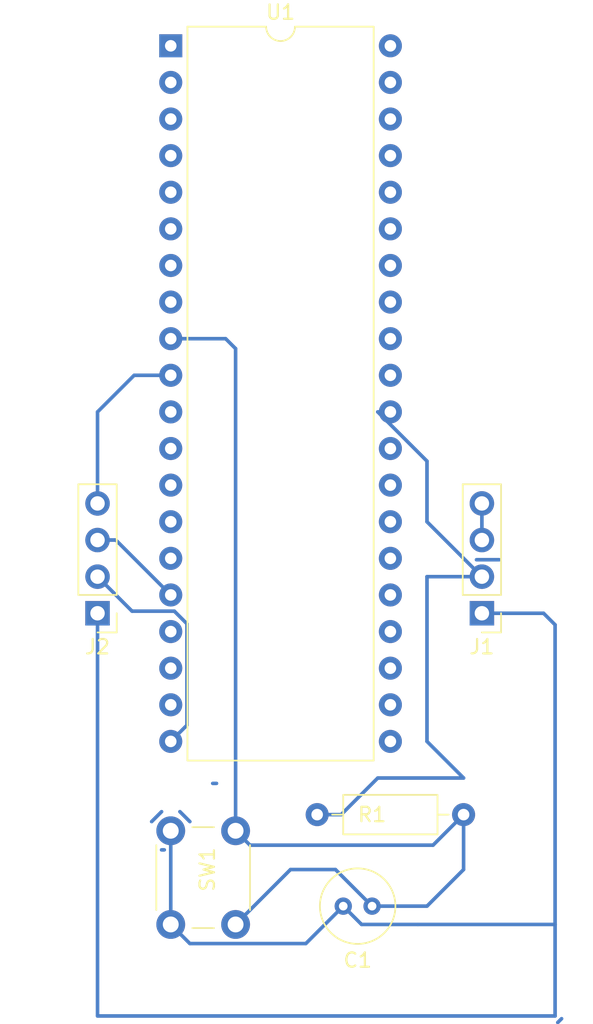
<source format=kicad_pcb>
(kicad_pcb (version 20171130) (host pcbnew "(5.1.9)-1")

  (general
    (thickness 1.6)
    (drawings 0)
    (tracks 54)
    (zones 0)
    (modules 6)
    (nets 40)
  )

  (page A4)
  (layers
    (0 F.Cu signal)
    (31 B.Cu signal)
    (32 B.Adhes user)
    (33 F.Adhes user)
    (34 B.Paste user)
    (35 F.Paste user)
    (36 B.SilkS user)
    (37 F.SilkS user)
    (38 B.Mask user)
    (39 F.Mask user)
    (40 Dwgs.User user)
    (41 Cmts.User user)
    (42 Eco1.User user)
    (43 Eco2.User user)
    (44 Edge.Cuts user)
    (45 Margin user)
    (46 B.CrtYd user)
    (47 F.CrtYd user)
    (48 B.Fab user)
    (49 F.Fab user)
  )

  (setup
    (last_trace_width 0.25)
    (trace_clearance 0.2)
    (zone_clearance 0.508)
    (zone_45_only no)
    (trace_min 0.2)
    (via_size 0.8)
    (via_drill 0.4)
    (via_min_size 0.4)
    (via_min_drill 0.3)
    (uvia_size 0.3)
    (uvia_drill 0.1)
    (uvias_allowed no)
    (uvia_min_size 0.2)
    (uvia_min_drill 0.1)
    (edge_width 0.05)
    (segment_width 0.2)
    (pcb_text_width 0.3)
    (pcb_text_size 1.5 1.5)
    (mod_edge_width 0.12)
    (mod_text_size 1 1)
    (mod_text_width 0.15)
    (pad_size 1.524 1.524)
    (pad_drill 0.762)
    (pad_to_mask_clearance 0)
    (aux_axis_origin 0 0)
    (visible_elements 7FFFF7FF)
    (pcbplotparams
      (layerselection 0x010fc_ffffffff)
      (usegerberextensions false)
      (usegerberattributes true)
      (usegerberadvancedattributes true)
      (creategerberjobfile true)
      (excludeedgelayer true)
      (linewidth 0.100000)
      (plotframeref false)
      (viasonmask false)
      (mode 1)
      (useauxorigin false)
      (hpglpennumber 1)
      (hpglpenspeed 20)
      (hpglpendiameter 15.000000)
      (psnegative false)
      (psa4output false)
      (plotreference true)
      (plotvalue true)
      (plotinvisibletext false)
      (padsonsilk false)
      (subtractmaskfromsilk false)
      (outputformat 1)
      (mirror false)
      (drillshape 1)
      (scaleselection 1)
      (outputdirectory ""))
  )

  (net 0 "")
  (net 1 "Net-(C1-Pad1)")
  (net 2 "Net-(C1-Pad2)")
  (net 3 VCC)
  (net 4 "Net-(J2-Pad3)")
  (net 5 "Net-(J2-Pad2)")
  (net 6 "Net-(U1-Pad1)")
  (net 7 "Net-(U1-Pad21)")
  (net 8 "Net-(U1-Pad2)")
  (net 9 "Net-(U1-Pad22)")
  (net 10 "Net-(U1-Pad3)")
  (net 11 "Net-(U1-Pad23)")
  (net 12 "Net-(U1-Pad4)")
  (net 13 "Net-(U1-Pad24)")
  (net 14 "Net-(U1-Pad5)")
  (net 15 "Net-(U1-Pad25)")
  (net 16 "Net-(U1-Pad6)")
  (net 17 "Net-(U1-Pad26)")
  (net 18 "Net-(U1-Pad7)")
  (net 19 "Net-(U1-Pad27)")
  (net 20 "Net-(U1-Pad8)")
  (net 21 "Net-(U1-Pad28)")
  (net 22 "Net-(U1-Pad29)")
  (net 23 GND)
  (net 24 "Net-(U1-Pad12)")
  (net 25 "Net-(U1-Pad32)")
  (net 26 "Net-(U1-Pad13)")
  (net 27 "Net-(U1-Pad33)")
  (net 28 "Net-(U1-Pad14)")
  (net 29 "Net-(U1-Pad34)")
  (net 30 "Net-(U1-Pad15)")
  (net 31 "Net-(U1-Pad35)")
  (net 32 "Net-(U1-Pad36)")
  (net 33 "Net-(U1-Pad17)")
  (net 34 "Net-(U1-Pad37)")
  (net 35 "Net-(U1-Pad18)")
  (net 36 "Net-(U1-Pad38)")
  (net 37 "Net-(U1-Pad19)")
  (net 38 "Net-(U1-Pad39)")
  (net 39 "Net-(U1-Pad40)")

  (net_class Default "This is the default net class."
    (clearance 0.2)
    (trace_width 0.25)
    (via_dia 0.8)
    (via_drill 0.4)
    (uvia_dia 0.3)
    (uvia_drill 0.1)
    (add_net GND)
    (add_net "Net-(C1-Pad1)")
    (add_net "Net-(C1-Pad2)")
    (add_net "Net-(J2-Pad2)")
    (add_net "Net-(J2-Pad3)")
    (add_net "Net-(U1-Pad1)")
    (add_net "Net-(U1-Pad12)")
    (add_net "Net-(U1-Pad13)")
    (add_net "Net-(U1-Pad14)")
    (add_net "Net-(U1-Pad15)")
    (add_net "Net-(U1-Pad17)")
    (add_net "Net-(U1-Pad18)")
    (add_net "Net-(U1-Pad19)")
    (add_net "Net-(U1-Pad2)")
    (add_net "Net-(U1-Pad21)")
    (add_net "Net-(U1-Pad22)")
    (add_net "Net-(U1-Pad23)")
    (add_net "Net-(U1-Pad24)")
    (add_net "Net-(U1-Pad25)")
    (add_net "Net-(U1-Pad26)")
    (add_net "Net-(U1-Pad27)")
    (add_net "Net-(U1-Pad28)")
    (add_net "Net-(U1-Pad29)")
    (add_net "Net-(U1-Pad3)")
    (add_net "Net-(U1-Pad32)")
    (add_net "Net-(U1-Pad33)")
    (add_net "Net-(U1-Pad34)")
    (add_net "Net-(U1-Pad35)")
    (add_net "Net-(U1-Pad36)")
    (add_net "Net-(U1-Pad37)")
    (add_net "Net-(U1-Pad38)")
    (add_net "Net-(U1-Pad39)")
    (add_net "Net-(U1-Pad4)")
    (add_net "Net-(U1-Pad40)")
    (add_net "Net-(U1-Pad5)")
    (add_net "Net-(U1-Pad6)")
    (add_net "Net-(U1-Pad7)")
    (add_net "Net-(U1-Pad8)")
    (add_net VCC)
  )

  (module Package_DIP:DIP-40_W15.24mm (layer F.Cu) (tedit 5A02E8C5) (tstamp 6079BC62)
    (at 77.47 67.31)
    (descr "40-lead though-hole mounted DIP package, row spacing 15.24 mm (600 mils)")
    (tags "THT DIP DIL PDIP 2.54mm 15.24mm 600mil")
    (path /6079927C)
    (fp_text reference U1 (at 7.62 -2.33) (layer F.SilkS)
      (effects (font (size 1 1) (thickness 0.15)))
    )
    (fp_text value ATmega32-16PU (at 7.62 50.59) (layer F.Fab)
      (effects (font (size 1 1) (thickness 0.15)))
    )
    (fp_line (start 1.255 -1.27) (end 14.985 -1.27) (layer F.Fab) (width 0.1))
    (fp_line (start 14.985 -1.27) (end 14.985 49.53) (layer F.Fab) (width 0.1))
    (fp_line (start 14.985 49.53) (end 0.255 49.53) (layer F.Fab) (width 0.1))
    (fp_line (start 0.255 49.53) (end 0.255 -0.27) (layer F.Fab) (width 0.1))
    (fp_line (start 0.255 -0.27) (end 1.255 -1.27) (layer F.Fab) (width 0.1))
    (fp_line (start 6.62 -1.33) (end 1.16 -1.33) (layer F.SilkS) (width 0.12))
    (fp_line (start 1.16 -1.33) (end 1.16 49.59) (layer F.SilkS) (width 0.12))
    (fp_line (start 1.16 49.59) (end 14.08 49.59) (layer F.SilkS) (width 0.12))
    (fp_line (start 14.08 49.59) (end 14.08 -1.33) (layer F.SilkS) (width 0.12))
    (fp_line (start 14.08 -1.33) (end 8.62 -1.33) (layer F.SilkS) (width 0.12))
    (fp_line (start -1.05 -1.55) (end -1.05 49.8) (layer F.CrtYd) (width 0.05))
    (fp_line (start -1.05 49.8) (end 16.3 49.8) (layer F.CrtYd) (width 0.05))
    (fp_line (start 16.3 49.8) (end 16.3 -1.55) (layer F.CrtYd) (width 0.05))
    (fp_line (start 16.3 -1.55) (end -1.05 -1.55) (layer F.CrtYd) (width 0.05))
    (fp_arc (start 7.62 -1.33) (end 6.62 -1.33) (angle -180) (layer F.SilkS) (width 0.12))
    (fp_text user %R (at 7.62 24.13) (layer F.Fab)
      (effects (font (size 1 1) (thickness 0.15)))
    )
    (pad 1 thru_hole rect (at 0 0) (size 1.6 1.6) (drill 0.8) (layers *.Cu *.Mask)
      (net 6 "Net-(U1-Pad1)"))
    (pad 21 thru_hole oval (at 15.24 48.26) (size 1.6 1.6) (drill 0.8) (layers *.Cu *.Mask)
      (net 7 "Net-(U1-Pad21)"))
    (pad 2 thru_hole oval (at 0 2.54) (size 1.6 1.6) (drill 0.8) (layers *.Cu *.Mask)
      (net 8 "Net-(U1-Pad2)"))
    (pad 22 thru_hole oval (at 15.24 45.72) (size 1.6 1.6) (drill 0.8) (layers *.Cu *.Mask)
      (net 9 "Net-(U1-Pad22)"))
    (pad 3 thru_hole oval (at 0 5.08) (size 1.6 1.6) (drill 0.8) (layers *.Cu *.Mask)
      (net 10 "Net-(U1-Pad3)"))
    (pad 23 thru_hole oval (at 15.24 43.18) (size 1.6 1.6) (drill 0.8) (layers *.Cu *.Mask)
      (net 11 "Net-(U1-Pad23)"))
    (pad 4 thru_hole oval (at 0 7.62) (size 1.6 1.6) (drill 0.8) (layers *.Cu *.Mask)
      (net 12 "Net-(U1-Pad4)"))
    (pad 24 thru_hole oval (at 15.24 40.64) (size 1.6 1.6) (drill 0.8) (layers *.Cu *.Mask)
      (net 13 "Net-(U1-Pad24)"))
    (pad 5 thru_hole oval (at 0 10.16) (size 1.6 1.6) (drill 0.8) (layers *.Cu *.Mask)
      (net 14 "Net-(U1-Pad5)"))
    (pad 25 thru_hole oval (at 15.24 38.1) (size 1.6 1.6) (drill 0.8) (layers *.Cu *.Mask)
      (net 15 "Net-(U1-Pad25)"))
    (pad 6 thru_hole oval (at 0 12.7) (size 1.6 1.6) (drill 0.8) (layers *.Cu *.Mask)
      (net 16 "Net-(U1-Pad6)"))
    (pad 26 thru_hole oval (at 15.24 35.56) (size 1.6 1.6) (drill 0.8) (layers *.Cu *.Mask)
      (net 17 "Net-(U1-Pad26)"))
    (pad 7 thru_hole oval (at 0 15.24) (size 1.6 1.6) (drill 0.8) (layers *.Cu *.Mask)
      (net 18 "Net-(U1-Pad7)"))
    (pad 27 thru_hole oval (at 15.24 33.02) (size 1.6 1.6) (drill 0.8) (layers *.Cu *.Mask)
      (net 19 "Net-(U1-Pad27)"))
    (pad 8 thru_hole oval (at 0 17.78) (size 1.6 1.6) (drill 0.8) (layers *.Cu *.Mask)
      (net 20 "Net-(U1-Pad8)"))
    (pad 28 thru_hole oval (at 15.24 30.48) (size 1.6 1.6) (drill 0.8) (layers *.Cu *.Mask)
      (net 21 "Net-(U1-Pad28)"))
    (pad 9 thru_hole oval (at 0 20.32) (size 1.6 1.6) (drill 0.8) (layers *.Cu *.Mask)
      (net 1 "Net-(C1-Pad1)"))
    (pad 29 thru_hole oval (at 15.24 27.94) (size 1.6 1.6) (drill 0.8) (layers *.Cu *.Mask)
      (net 22 "Net-(U1-Pad29)"))
    (pad 10 thru_hole oval (at 0 22.86) (size 1.6 1.6) (drill 0.8) (layers *.Cu *.Mask)
      (net 3 VCC))
    (pad 30 thru_hole oval (at 15.24 25.4) (size 1.6 1.6) (drill 0.8) (layers *.Cu *.Mask)
      (net 3 VCC))
    (pad 11 thru_hole oval (at 0 25.4) (size 1.6 1.6) (drill 0.8) (layers *.Cu *.Mask)
      (net 23 GND))
    (pad 31 thru_hole oval (at 15.24 22.86) (size 1.6 1.6) (drill 0.8) (layers *.Cu *.Mask)
      (net 23 GND))
    (pad 12 thru_hole oval (at 0 27.94) (size 1.6 1.6) (drill 0.8) (layers *.Cu *.Mask)
      (net 24 "Net-(U1-Pad12)"))
    (pad 32 thru_hole oval (at 15.24 20.32) (size 1.6 1.6) (drill 0.8) (layers *.Cu *.Mask)
      (net 25 "Net-(U1-Pad32)"))
    (pad 13 thru_hole oval (at 0 30.48) (size 1.6 1.6) (drill 0.8) (layers *.Cu *.Mask)
      (net 26 "Net-(U1-Pad13)"))
    (pad 33 thru_hole oval (at 15.24 17.78) (size 1.6 1.6) (drill 0.8) (layers *.Cu *.Mask)
      (net 27 "Net-(U1-Pad33)"))
    (pad 14 thru_hole oval (at 0 33.02) (size 1.6 1.6) (drill 0.8) (layers *.Cu *.Mask)
      (net 28 "Net-(U1-Pad14)"))
    (pad 34 thru_hole oval (at 15.24 15.24) (size 1.6 1.6) (drill 0.8) (layers *.Cu *.Mask)
      (net 29 "Net-(U1-Pad34)"))
    (pad 15 thru_hole oval (at 0 35.56) (size 1.6 1.6) (drill 0.8) (layers *.Cu *.Mask)
      (net 30 "Net-(U1-Pad15)"))
    (pad 35 thru_hole oval (at 15.24 12.7) (size 1.6 1.6) (drill 0.8) (layers *.Cu *.Mask)
      (net 31 "Net-(U1-Pad35)"))
    (pad 16 thru_hole oval (at 0 38.1) (size 1.6 1.6) (drill 0.8) (layers *.Cu *.Mask)
      (net 4 "Net-(J2-Pad3)"))
    (pad 36 thru_hole oval (at 15.24 10.16) (size 1.6 1.6) (drill 0.8) (layers *.Cu *.Mask)
      (net 32 "Net-(U1-Pad36)"))
    (pad 17 thru_hole oval (at 0 40.64) (size 1.6 1.6) (drill 0.8) (layers *.Cu *.Mask)
      (net 33 "Net-(U1-Pad17)"))
    (pad 37 thru_hole oval (at 15.24 7.62) (size 1.6 1.6) (drill 0.8) (layers *.Cu *.Mask)
      (net 34 "Net-(U1-Pad37)"))
    (pad 18 thru_hole oval (at 0 43.18) (size 1.6 1.6) (drill 0.8) (layers *.Cu *.Mask)
      (net 35 "Net-(U1-Pad18)"))
    (pad 38 thru_hole oval (at 15.24 5.08) (size 1.6 1.6) (drill 0.8) (layers *.Cu *.Mask)
      (net 36 "Net-(U1-Pad38)"))
    (pad 19 thru_hole oval (at 0 45.72) (size 1.6 1.6) (drill 0.8) (layers *.Cu *.Mask)
      (net 37 "Net-(U1-Pad19)"))
    (pad 39 thru_hole oval (at 15.24 2.54) (size 1.6 1.6) (drill 0.8) (layers *.Cu *.Mask)
      (net 38 "Net-(U1-Pad39)"))
    (pad 20 thru_hole oval (at 0 48.26) (size 1.6 1.6) (drill 0.8) (layers *.Cu *.Mask)
      (net 5 "Net-(J2-Pad2)"))
    (pad 40 thru_hole oval (at 15.24 0) (size 1.6 1.6) (drill 0.8) (layers *.Cu *.Mask)
      (net 39 "Net-(U1-Pad40)"))
    (model ${KISYS3DMOD}/Package_DIP.3dshapes/DIP-40_W15.24mm.wrl
      (at (xyz 0 0 0))
      (scale (xyz 1 1 1))
      (rotate (xyz 0 0 0))
    )
  )

  (module Connector_PinHeader_2.54mm:PinHeader_1x04_P2.54mm_Vertical (layer F.Cu) (tedit 59FED5CC) (tstamp 6079BBD8)
    (at 99.06 106.68 180)
    (descr "Through hole straight pin header, 1x04, 2.54mm pitch, single row")
    (tags "Through hole pin header THT 1x04 2.54mm single row")
    (path /607965CB)
    (fp_text reference J1 (at 0 -2.33) (layer F.SilkS)
      (effects (font (size 1 1) (thickness 0.15)))
    )
    (fp_text value Conn_01x02_Female (at 0 9.95) (layer F.Fab)
      (effects (font (size 1 1) (thickness 0.15)))
    )
    (fp_line (start -0.635 -1.27) (end 1.27 -1.27) (layer F.Fab) (width 0.1))
    (fp_line (start 1.27 -1.27) (end 1.27 8.89) (layer F.Fab) (width 0.1))
    (fp_line (start 1.27 8.89) (end -1.27 8.89) (layer F.Fab) (width 0.1))
    (fp_line (start -1.27 8.89) (end -1.27 -0.635) (layer F.Fab) (width 0.1))
    (fp_line (start -1.27 -0.635) (end -0.635 -1.27) (layer F.Fab) (width 0.1))
    (fp_line (start -1.33 8.95) (end 1.33 8.95) (layer F.SilkS) (width 0.12))
    (fp_line (start -1.33 1.27) (end -1.33 8.95) (layer F.SilkS) (width 0.12))
    (fp_line (start 1.33 1.27) (end 1.33 8.95) (layer F.SilkS) (width 0.12))
    (fp_line (start -1.33 1.27) (end 1.33 1.27) (layer F.SilkS) (width 0.12))
    (fp_line (start -1.33 0) (end -1.33 -1.33) (layer F.SilkS) (width 0.12))
    (fp_line (start -1.33 -1.33) (end 0 -1.33) (layer F.SilkS) (width 0.12))
    (fp_line (start -1.8 -1.8) (end -1.8 9.4) (layer F.CrtYd) (width 0.05))
    (fp_line (start -1.8 9.4) (end 1.8 9.4) (layer F.CrtYd) (width 0.05))
    (fp_line (start 1.8 9.4) (end 1.8 -1.8) (layer F.CrtYd) (width 0.05))
    (fp_line (start 1.8 -1.8) (end -1.8 -1.8) (layer F.CrtYd) (width 0.05))
    (fp_text user %R (at 0 3.81 90) (layer F.Fab)
      (effects (font (size 1 1) (thickness 0.15)))
    )
    (pad 1 thru_hole rect (at 0 0 180) (size 1.7 1.7) (drill 1) (layers *.Cu *.Mask)
      (net 2 "Net-(C1-Pad2)"))
    (pad 2 thru_hole oval (at 0 2.54 180) (size 1.7 1.7) (drill 1) (layers *.Cu *.Mask)
      (net 3 VCC))
    (pad 3 thru_hole oval (at 0 5.08 180) (size 1.7 1.7) (drill 1) (layers *.Cu *.Mask))
    (pad 4 thru_hole oval (at 0 7.62 180) (size 1.7 1.7) (drill 1) (layers *.Cu *.Mask))
    (model ${KISYS3DMOD}/Connector_PinHeader_2.54mm.3dshapes/PinHeader_1x04_P2.54mm_Vertical.wrl
      (at (xyz 0 0 0))
      (scale (xyz 1 1 1))
      (rotate (xyz 0 0 0))
    )
  )

  (module Capacitor_THT:C_Radial_D5.0mm_H7.0mm_P2.00mm (layer F.Cu) (tedit 5BC5C9B9) (tstamp 6079BBC0)
    (at 91.44 127 180)
    (descr "C, Radial series, Radial, pin pitch=2.00mm, diameter=5mm, height=7mm, Non-Polar Electrolytic Capacitor")
    (tags "C Radial series Radial pin pitch 2.00mm diameter 5mm height 7mm Non-Polar Electrolytic Capacitor")
    (path /6079879B)
    (fp_text reference C1 (at 1 -3.75) (layer F.SilkS)
      (effects (font (size 1 1) (thickness 0.15)))
    )
    (fp_text value C (at 1 3.75) (layer F.Fab)
      (effects (font (size 1 1) (thickness 0.15)))
    )
    (fp_circle (center 1 0) (end 3.5 0) (layer F.Fab) (width 0.1))
    (fp_circle (center 1 0) (end 3.62 0) (layer F.SilkS) (width 0.12))
    (fp_circle (center 1 0) (end 3.75 0) (layer F.CrtYd) (width 0.05))
    (fp_text user %R (at 1 0) (layer F.Fab)
      (effects (font (size 1 1) (thickness 0.15)))
    )
    (pad 1 thru_hole circle (at 0 0 180) (size 1.2 1.2) (drill 0.6) (layers *.Cu *.Mask)
      (net 1 "Net-(C1-Pad1)"))
    (pad 2 thru_hole circle (at 2 0 180) (size 1.2 1.2) (drill 0.6) (layers *.Cu *.Mask)
      (net 2 "Net-(C1-Pad2)"))
    (model ${KISYS3DMOD}/Capacitor_THT.3dshapes/C_Radial_D5.0mm_H7.0mm_P2.00mm.wrl
      (at (xyz 0 0 0))
      (scale (xyz 1 1 1))
      (rotate (xyz 0 0 0))
    )
  )

  (module Connector_PinHeader_2.54mm:PinHeader_1x04_P2.54mm_Vertical (layer F.Cu) (tedit 59FED5CC) (tstamp 6079BBF0)
    (at 72.39 106.68 180)
    (descr "Through hole straight pin header, 1x04, 2.54mm pitch, single row")
    (tags "Through hole pin header THT 1x04 2.54mm single row")
    (path /607971CF)
    (fp_text reference J2 (at 0 -2.33) (layer F.SilkS)
      (effects (font (size 1 1) (thickness 0.15)))
    )
    (fp_text value Conn_01x04_Male (at 0 9.95) (layer F.Fab)
      (effects (font (size 1 1) (thickness 0.15)))
    )
    (fp_line (start 1.8 -1.8) (end -1.8 -1.8) (layer F.CrtYd) (width 0.05))
    (fp_line (start 1.8 9.4) (end 1.8 -1.8) (layer F.CrtYd) (width 0.05))
    (fp_line (start -1.8 9.4) (end 1.8 9.4) (layer F.CrtYd) (width 0.05))
    (fp_line (start -1.8 -1.8) (end -1.8 9.4) (layer F.CrtYd) (width 0.05))
    (fp_line (start -1.33 -1.33) (end 0 -1.33) (layer F.SilkS) (width 0.12))
    (fp_line (start -1.33 0) (end -1.33 -1.33) (layer F.SilkS) (width 0.12))
    (fp_line (start -1.33 1.27) (end 1.33 1.27) (layer F.SilkS) (width 0.12))
    (fp_line (start 1.33 1.27) (end 1.33 8.95) (layer F.SilkS) (width 0.12))
    (fp_line (start -1.33 1.27) (end -1.33 8.95) (layer F.SilkS) (width 0.12))
    (fp_line (start -1.33 8.95) (end 1.33 8.95) (layer F.SilkS) (width 0.12))
    (fp_line (start -1.27 -0.635) (end -0.635 -1.27) (layer F.Fab) (width 0.1))
    (fp_line (start -1.27 8.89) (end -1.27 -0.635) (layer F.Fab) (width 0.1))
    (fp_line (start 1.27 8.89) (end -1.27 8.89) (layer F.Fab) (width 0.1))
    (fp_line (start 1.27 -1.27) (end 1.27 8.89) (layer F.Fab) (width 0.1))
    (fp_line (start -0.635 -1.27) (end 1.27 -1.27) (layer F.Fab) (width 0.1))
    (fp_text user %R (at 0 3.81 90) (layer F.Fab)
      (effects (font (size 1 1) (thickness 0.15)))
    )
    (pad 4 thru_hole oval (at 0 7.62 180) (size 1.7 1.7) (drill 1) (layers *.Cu *.Mask)
      (net 3 VCC))
    (pad 3 thru_hole oval (at 0 5.08 180) (size 1.7 1.7) (drill 1) (layers *.Cu *.Mask)
      (net 4 "Net-(J2-Pad3)"))
    (pad 2 thru_hole oval (at 0 2.54 180) (size 1.7 1.7) (drill 1) (layers *.Cu *.Mask)
      (net 5 "Net-(J2-Pad2)"))
    (pad 1 thru_hole rect (at 0 0 180) (size 1.7 1.7) (drill 1) (layers *.Cu *.Mask)
      (net 2 "Net-(C1-Pad2)"))
    (model ${KISYS3DMOD}/Connector_PinHeader_2.54mm.3dshapes/PinHeader_1x04_P2.54mm_Vertical.wrl
      (at (xyz 0 0 0))
      (scale (xyz 1 1 1))
      (rotate (xyz 0 0 0))
    )
  )

  (module Resistor_THT:R_Axial_DIN0207_L6.3mm_D2.5mm_P10.16mm_Horizontal (layer F.Cu) (tedit 5AE5139B) (tstamp 6079BC07)
    (at 87.63 120.65)
    (descr "Resistor, Axial_DIN0207 series, Axial, Horizontal, pin pitch=10.16mm, 0.25W = 1/4W, length*diameter=6.3*2.5mm^2, http://cdn-reichelt.de/documents/datenblatt/B400/1_4W%23YAG.pdf")
    (tags "Resistor Axial_DIN0207 series Axial Horizontal pin pitch 10.16mm 0.25W = 1/4W length 6.3mm diameter 2.5mm")
    (path /60795C7C)
    (fp_text reference R1 (at 3.81 0) (layer F.SilkS)
      (effects (font (size 1 1) (thickness 0.15)))
    )
    (fp_text value R (at 5.08 2.37) (layer F.Fab)
      (effects (font (size 1 1) (thickness 0.15)))
    )
    (fp_line (start 1.93 -1.25) (end 1.93 1.25) (layer F.Fab) (width 0.1))
    (fp_line (start 1.93 1.25) (end 8.23 1.25) (layer F.Fab) (width 0.1))
    (fp_line (start 8.23 1.25) (end 8.23 -1.25) (layer F.Fab) (width 0.1))
    (fp_line (start 8.23 -1.25) (end 1.93 -1.25) (layer F.Fab) (width 0.1))
    (fp_line (start 0 0) (end 1.93 0) (layer F.Fab) (width 0.1))
    (fp_line (start 10.16 0) (end 8.23 0) (layer F.Fab) (width 0.1))
    (fp_line (start 1.81 -1.37) (end 1.81 1.37) (layer F.SilkS) (width 0.12))
    (fp_line (start 1.81 1.37) (end 8.35 1.37) (layer F.SilkS) (width 0.12))
    (fp_line (start 8.35 1.37) (end 8.35 -1.37) (layer F.SilkS) (width 0.12))
    (fp_line (start 8.35 -1.37) (end 1.81 -1.37) (layer F.SilkS) (width 0.12))
    (fp_line (start 1.04 0) (end 1.81 0) (layer F.SilkS) (width 0.12))
    (fp_line (start 9.12 0) (end 8.35 0) (layer F.SilkS) (width 0.12))
    (fp_line (start -1.05 -1.5) (end -1.05 1.5) (layer F.CrtYd) (width 0.05))
    (fp_line (start -1.05 1.5) (end 11.21 1.5) (layer F.CrtYd) (width 0.05))
    (fp_line (start 11.21 1.5) (end 11.21 -1.5) (layer F.CrtYd) (width 0.05))
    (fp_line (start 11.21 -1.5) (end -1.05 -1.5) (layer F.CrtYd) (width 0.05))
    (fp_text user %R (at 3.81 0) (layer F.Fab)
      (effects (font (size 1 1) (thickness 0.15)))
    )
    (pad 1 thru_hole circle (at 0 0) (size 1.6 1.6) (drill 0.8) (layers *.Cu *.Mask)
      (net 3 VCC))
    (pad 2 thru_hole oval (at 10.16 0) (size 1.6 1.6) (drill 0.8) (layers *.Cu *.Mask)
      (net 1 "Net-(C1-Pad1)"))
    (model ${KISYS3DMOD}/Resistor_THT.3dshapes/R_Axial_DIN0207_L6.3mm_D2.5mm_P10.16mm_Horizontal.wrl
      (at (xyz 0 0 0))
      (scale (xyz 1 1 1))
      (rotate (xyz 0 0 0))
    )
  )

  (module Button_Switch_THT:SW_PUSH_6mm_H5mm (layer F.Cu) (tedit 5A02FE31) (tstamp 6079BC26)
    (at 77.47 128.27 90)
    (descr "tactile push button, 6x6mm e.g. PHAP33xx series, height=5mm")
    (tags "tact sw push 6mm")
    (path /607B73AC)
    (fp_text reference SW1 (at 3.81 2.54 90) (layer F.SilkS)
      (effects (font (size 1 1) (thickness 0.15)))
    )
    (fp_text value SW_Push (at 3.75 6.7 90) (layer F.Fab)
      (effects (font (size 1 1) (thickness 0.15)))
    )
    (fp_line (start 3.25 -0.75) (end 6.25 -0.75) (layer F.Fab) (width 0.1))
    (fp_line (start 6.25 -0.75) (end 6.25 5.25) (layer F.Fab) (width 0.1))
    (fp_line (start 6.25 5.25) (end 0.25 5.25) (layer F.Fab) (width 0.1))
    (fp_line (start 0.25 5.25) (end 0.25 -0.75) (layer F.Fab) (width 0.1))
    (fp_line (start 0.25 -0.75) (end 3.25 -0.75) (layer F.Fab) (width 0.1))
    (fp_line (start 7.75 6) (end 8 6) (layer F.CrtYd) (width 0.05))
    (fp_line (start 8 6) (end 8 5.75) (layer F.CrtYd) (width 0.05))
    (fp_line (start 7.75 -1.5) (end 8 -1.5) (layer F.CrtYd) (width 0.05))
    (fp_line (start 8 -1.5) (end 8 -1.25) (layer F.CrtYd) (width 0.05))
    (fp_line (start -1.5 -1.25) (end -1.5 -1.5) (layer F.CrtYd) (width 0.05))
    (fp_line (start -1.5 -1.5) (end -1.25 -1.5) (layer F.CrtYd) (width 0.05))
    (fp_line (start -1.5 5.75) (end -1.5 6) (layer F.CrtYd) (width 0.05))
    (fp_line (start -1.5 6) (end -1.25 6) (layer F.CrtYd) (width 0.05))
    (fp_line (start -1.25 -1.5) (end 7.75 -1.5) (layer F.CrtYd) (width 0.05))
    (fp_line (start -1.5 5.75) (end -1.5 -1.25) (layer F.CrtYd) (width 0.05))
    (fp_line (start 7.75 6) (end -1.25 6) (layer F.CrtYd) (width 0.05))
    (fp_line (start 8 -1.25) (end 8 5.75) (layer F.CrtYd) (width 0.05))
    (fp_line (start 1 5.5) (end 5.5 5.5) (layer F.SilkS) (width 0.12))
    (fp_line (start -0.25 1.5) (end -0.25 3) (layer F.SilkS) (width 0.12))
    (fp_line (start 5.5 -1) (end 1 -1) (layer F.SilkS) (width 0.12))
    (fp_line (start 6.75 3) (end 6.75 1.5) (layer F.SilkS) (width 0.12))
    (fp_circle (center 3.25 2.25) (end 1.25 2.5) (layer F.Fab) (width 0.1))
    (fp_text user %R (at 3.794999 2.284999 90) (layer F.Fab)
      (effects (font (size 1 1) (thickness 0.15)))
    )
    (pad 2 thru_hole circle (at 0 4.5 180) (size 2 2) (drill 1.1) (layers *.Cu *.Mask)
      (net 1 "Net-(C1-Pad1)"))
    (pad 1 thru_hole circle (at 0 0 180) (size 2 2) (drill 1.1) (layers *.Cu *.Mask)
      (net 2 "Net-(C1-Pad2)"))
    (pad 2 thru_hole circle (at 6.5 4.5 180) (size 2 2) (drill 1.1) (layers *.Cu *.Mask)
      (net 1 "Net-(C1-Pad1)"))
    (pad 1 thru_hole circle (at 6.5 0 180) (size 2 2) (drill 1.1) (layers *.Cu *.Mask)
      (net 2 "Net-(C1-Pad2)"))
    (model ${KISYS3DMOD}/Button_Switch_THT.3dshapes/SW_PUSH_6mm_H5mm.wrl
      (at (xyz 0 0 0))
      (scale (xyz 1 1 1))
      (rotate (xyz 0 0 0))
    )
  )

  (segment (start 99.06 99.06) (end 99.06 101.6) (width 0.25) (layer B.Cu) (net 0))
  (segment (start 91.44 127) (end 95.25 127) (width 0.25) (layer B.Cu) (net 1))
  (segment (start 97.79 124.46) (end 97.79 120.65) (width 0.25) (layer B.Cu) (net 1))
  (segment (start 95.25 127) (end 97.79 124.46) (width 0.25) (layer B.Cu) (net 1))
  (segment (start 81.97 128.27) (end 85.78 124.46) (width 0.25) (layer B.Cu) (net 1))
  (segment (start 88.9 124.46) (end 91.44 127) (width 0.25) (layer B.Cu) (net 1))
  (segment (start 85.78 124.46) (end 88.9 124.46) (width 0.25) (layer B.Cu) (net 1))
  (segment (start 81.97 121.77) (end 81.97 88.32) (width 0.25) (layer B.Cu) (net 1))
  (segment (start 81.28 87.63) (end 77.47 87.63) (width 0.25) (layer B.Cu) (net 1))
  (segment (start 81.97 88.32) (end 81.28 87.63) (width 0.25) (layer B.Cu) (net 1))
  (segment (start 82.969999 122.769999) (end 81.97 121.77) (width 0.25) (layer B.Cu) (net 1))
  (segment (start 95.670001 122.769999) (end 82.969999 122.769999) (width 0.25) (layer B.Cu) (net 1))
  (segment (start 97.79 120.65) (end 95.670001 122.769999) (width 0.25) (layer B.Cu) (net 1))
  (segment (start 72.39 106.68) (end 72.39 134.62) (width 0.25) (layer B.Cu) (net 2))
  (segment (start 72.39 134.62) (end 104.14 134.62) (width 0.25) (layer B.Cu) (net 2))
  (segment (start 103.339002 106.68) (end 99.06 106.68) (width 0.25) (layer B.Cu) (net 2))
  (segment (start 104.14 107.480998) (end 103.339002 106.68) (width 0.25) (layer B.Cu) (net 2))
  (segment (start 77.47 121.77) (end 77.47 128.27) (width 0.25) (layer B.Cu) (net 2))
  (segment (start 86.844999 129.595001) (end 89.44 127) (width 0.25) (layer B.Cu) (net 2))
  (segment (start 78.795001 129.595001) (end 86.844999 129.595001) (width 0.25) (layer B.Cu) (net 2))
  (segment (start 77.47 128.27) (end 78.795001 129.595001) (width 0.25) (layer B.Cu) (net 2))
  (segment (start 89.44 127) (end 90.71 128.27) (width 0.25) (layer B.Cu) (net 2))
  (segment (start 90.71 128.27) (end 94.61641 128.27) (width 0.25) (layer B.Cu) (net 2))
  (segment (start 104.14 128.27) (end 104.14 107.480998) (width 0.25) (layer B.Cu) (net 2))
  (segment (start 94.61641 128.27) (end 104.14 128.27) (width 0.25) (layer B.Cu) (net 2))
  (segment (start 104.14 134.62) (end 104.14 128.27) (width 0.25) (layer B.Cu) (net 2))
  (segment (start 77.47 121.92) (end 77.47 121.77) (width 0.25) (layer B.Cu) (net 2))
  (segment (start 89.295002 120.65) (end 91.835002 118.11) (width 0.25) (layer B.Cu) (net 3))
  (segment (start 87.63 120.65) (end 89.295002 120.65) (width 0.25) (layer B.Cu) (net 3))
  (segment (start 91.835002 118.11) (end 97.79 118.11) (width 0.25) (layer B.Cu) (net 3))
  (segment (start 97.79 118.11) (end 95.25 115.57) (width 0.25) (layer B.Cu) (net 3))
  (segment (start 95.25 115.57) (end 95.25 104.14) (width 0.25) (layer B.Cu) (net 3))
  (segment (start 95.25 104.14) (end 99.06 104.14) (width 0.25) (layer B.Cu) (net 3))
  (segment (start 72.39 99.06) (end 72.39 92.71) (width 0.25) (layer B.Cu) (net 3))
  (segment (start 74.93 90.17) (end 77.47 90.17) (width 0.25) (layer B.Cu) (net 3))
  (segment (start 72.39 92.71) (end 74.93 90.17) (width 0.25) (layer B.Cu) (net 3))
  (segment (start 99.06 104.14) (end 95.25 100.33) (width 0.25) (layer B.Cu) (net 3))
  (segment (start 95.25 96.124998) (end 91.835002 92.71) (width 0.25) (layer B.Cu) (net 3))
  (segment (start 95.25 100.33) (end 95.25 96.124998) (width 0.25) (layer B.Cu) (net 3))
  (segment (start 91.835002 92.71) (end 92.71 92.71) (width 0.25) (layer B.Cu) (net 3))
  (segment (start 72.39 101.6) (end 73.592081 101.6) (width 0.25) (layer B.Cu) (net 4))
  (segment (start 73.66 101.6) (end 77.47 105.41) (width 0.25) (layer B.Cu) (net 4))
  (segment (start 72.39 101.6) (end 73.66 101.6) (width 0.25) (layer B.Cu) (net 4))
  (segment (start 80.644999 118.483997) (end 80.383997 118.483997) (width 0.25) (layer B.Cu) (net 5))
  (segment (start 76.833999 123.095001) (end 77.01999 123.095001) (width 0.25) (layer B.Cu) (net 5))
  (segment (start 74.785001 106.535001) (end 72.39 104.14) (width 0.25) (layer B.Cu) (net 5))
  (segment (start 77.720003 106.535001) (end 74.785001 106.535001) (width 0.25) (layer B.Cu) (net 5))
  (segment (start 78.595001 107.409999) (end 77.720003 106.535001) (width 0.25) (layer B.Cu) (net 5))
  (segment (start 78.595001 114.444999) (end 78.595001 107.409999) (width 0.25) (layer B.Cu) (net 5))
  (segment (start 77.47 115.57) (end 78.595001 114.444999) (width 0.25) (layer B.Cu) (net 5))
  (segment (start 98.685997 102.964999) (end 100.260411 102.964999) (width 0.25) (layer B.Cu) (net 14))
  (segment (start 104.59001 134.8064) (end 104.3264 135.07001) (width 0.25) (layer B.Cu) (net 14))
  (segment (start 76.833999 120.444999) (end 76.144999 121.133999) (width 0.25) (layer B.Cu) (net 14))
  (segment (start 78.795001 121.133999) (end 78.106001 120.444999) (width 0.25) (layer B.Cu) (net 14))

)

</source>
